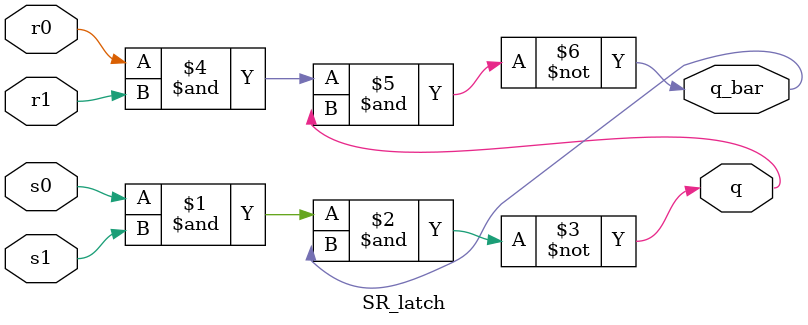
<source format=v>
/***************************************************************************  
 ***                                                                     ***  
 ***    ECE 526L      Adrian Amarilla Gomez, Fall, 2024                  ***  
 ***                                                                     ***  
 ***    LAB4                                                             ***  
 ***                                                                     ***  
 ***************************************************************************  
 ***    Filename: sr_latch.v Created by Adrian, Date 10/04/2024          ***  
 ***    --- Code documentation - 10/04/2024 ---                          ***  
 ***************************************************************************  
 ***    -SR_latch implemented with NAND gates                            ***
 ***************************************************************************/
`timescale 100ps/100ps

module SR_latch(s0, s1, r1, r0, q, q_bar);
    //constants of the module as parameters so we can redefine them.
    parameter nand1_input_delay = 50; //default value, 3 input NAND 1
    parameter nand1_fanout_delay = 8;// default value, 2 out NAND 1 
    parameter nand2_input_delay = 50; //default value, 3 input NAND 2 
    parameter nand2_fanout_delay = 8;// default value, 2 out NAND 2

    //Ports declaration
    input s0, s1, r1, r0;
    output q, q_bar;

    //structural design of the SR latch with 2 NAND gates
    nand #(nand1_input_delay + nand1_fanout_delay) nand1(q, s0, s1, q_bar);
    nand #(nand2_input_delay + nand2_fanout_delay) nand2(q_bar, r0, r1, q);

endmodule
</source>
